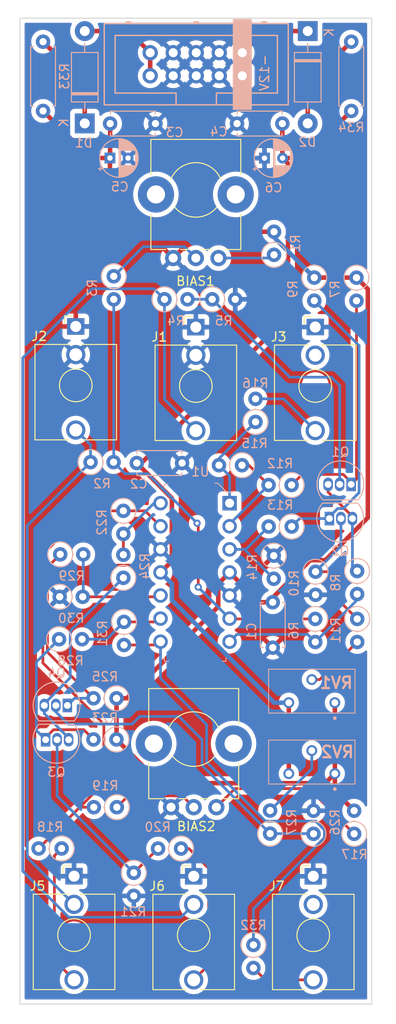
<source format=kicad_pcb>
(kicad_pcb (version 20211014) (generator pcbnew)
  (layers (0 "F.Cu" signal) (31 "B.Cu" signal) (34 "B.Paste" user) (35 "F.Paste" user) (36 "B.SilkS" user "B.Silkscreen") (37 "F.SilkS" user "F.Silkscreen") (38 "B.Mask" user) (39 "F.Mask" user) (44 "Edge.Cuts" user))
  (net 0 "")
  (net 1 "GND")
  (net 2 "+12V")
  (net 3 "-12V")
  (net 4 "/D+")
  (net 5 "/12+")
  (net 6 "/12-")
  (net 7 "/D-")
  (net 8 "/IN1")
  (net 9 "/CV_IN1")
  (net 10 "/OUT1")
  (net 12 "/CV_IN2")
  (net 13 "/IN2")
  (net 14 "/OUT2")
  (net 16 "/B1")
  (net 17 "/C1")
  (net 18 "/DP1")
  (net 19 "/B2")
  (net 20 "/C2")
  (net 21 "/B3")
  (net 22 "/C3")
  (net 23 "/DP2")
  (net 24 "/B4")
  (net 25 "/C4")
  (net 26 "/VD1")
  (net 27 "/CV_IN_SUM1")
  (net 28 "/WIP1")
  (net 29 "/BIC1")
  (net 30 "/B2_BIAS")
  (net 31 "/OP_INV1")
  (net 32 "/OP_NON1")
  (net 33 "/OP_OUT1")
  (net 34 "/VD2")
  (net 35 "/CV_IN_SUM2")
  (net 36 "/WIP2")
  (net 37 "/BIC2")
  (net 38 "/B4_BIAS")
  (net 39 "/OP_INV2")
  (net 40 "/OP_NON2")
  (net 41 "/OP_OUT2")
  (footprint "Connector_Audio:Jack_3.5mm_QingPu_WQP-PJ398SM_Vertical_CircularHoles" (layer "F.Cu") (at 141.455 93.5)
    (fp_text reference "J1")
    (fp_text value "IN1")
  )
  (footprint "Custom_Footprints:Alpha_9mm_Potentiometer_Aligned" (layer "F.Cu") (at 141.22 138.84)
    (fp_text reference "BIAS2")
    (fp_text value "100k")
  )
  (footprint "Connector_Audio:Jack_3.5mm_QingPu_WQP-PJ398SM_Vertical_CircularHoles" (layer "F.Cu") (at 128.21 93.43)
    (fp_text reference "J2")
    (fp_text value "CV1")
  )
  (footprint "Connector_Audio:Jack_3.5mm_QingPu_WQP-PJ398SM_Vertical_CircularHoles" (layer "F.Cu") (at 141.22 153.94)
    (fp_text reference "J6")
    (fp_text value "IN2")
  )
  (footprint "Custom_Footprints:Alpha_9mm_Potentiometer_Aligned" (layer "F.Cu") (at 141.455 78.4)
    (fp_text reference "BIAS1")
    (fp_text value "100k")
  )
  (footprint "Connector_Audio:Jack_3.5mm_QingPu_WQP-PJ398SM_Vertical_CircularHoles" (layer "F.Cu") (at 154.41 153.94)
    (fp_text reference "J7")
    (fp_text value "OUT2")
  )
  (footprint "Connector_Audio:Jack_3.5mm_QingPu_WQP-PJ398SM_Vertical_CircularHoles" (layer "F.Cu") (at 154.63 93.49)
    (fp_text reference "J3")
    (fp_text value "OUT1")
  )
  (footprint "Connector_Audio:Jack_3.5mm_QingPu_WQP-PJ398SM_Vertical_CircularHoles" (layer "F.Cu") (at 128.02 153.93)
    (fp_text reference "J5")
    (fp_text value "CV2")
  )
  (footprint "Resistor_THT:R_Axial_DIN0207_L6.3mm_D2.5mm_P2.54mm_Vertical" (layer "B.Cu") (at 132.705 134.35 180)
    (fp_text reference "R25")
    (fp_text value "20k")
  )
  (footprint "Resistor_THT:R_Axial_DIN0207_L6.3mm_D2.5mm_P2.54mm_Vertical" (layer "B.Cu") (at 154.44 149.265 90)
    (fp_text reference "R26")
    (fp_text value "100")
  )
  (footprint "Resistor_THT:R_Axial_DIN0207_L6.3mm_D2.5mm_P2.54mm_Vertical" (layer "B.Cu") (at 126.65 150.88 180)
    (fp_text reference "R18")
    (fp_text value "100k")
  )
  (footprint "Resistor_THT:R_Axial_DIN0207_L6.3mm_D2.5mm_P2.54mm_Vertical" (layer "B.Cu") (at 159.25 120.345 -90)
    (fp_text reference "R8")
    (fp_text value "10k")
  )
  (footprint "Capacitor_THT:CP_Radial_D4.0mm_P2.00mm" (layer "B.Cu") (at 149.0274 74.9)
    (fp_text reference "C6")
    (fp_text value "4.7u")
  )
  (footprint "Resistor_THT:R_Axial_DIN0207_L6.3mm_D2.5mm_P2.54mm_Vertical" (layer "B.Cu") (at 152.03 115.45 180)
    (fp_text reference "R13")
    (fp_text value "4.7k")
  )
  (footprint "Resistor_THT:R_Axial_DIN0207_L6.3mm_D2.5mm_P2.54mm_Vertical" (layer "B.Cu") (at 154.63 125.615 -90)
    (fp_text reference "R6")
    (fp_text value "82k")
  )
  (footprint "Resistor_THT:R_Axial_DIN0207_L6.3mm_D2.5mm_P2.54mm_Vertical" (layer "B.Cu") (at 133.46 121.09 90)
    (fp_text reference "R24")
    (fp_text value "10k")
  )
  (footprint "Resistor_THT:R_Axial_DIN0207_L6.3mm_D2.5mm_P2.54mm_Vertical" (layer "B.Cu") (at 148.04 103.935 90)
    (fp_text reference "R16")
    (fp_text value "1k")
  )
  (footprint "Diode_THT:D_DO-41_SOD81_P10.16mm_Horizontal" (layer "B.Cu") (at 129.2 71.08 90)
    (fp_text reference "D1")
    (fp_text value "1N5819")
  )
  (footprint "Resistor_THT:R_Axial_DIN0207_L6.3mm_D2.5mm_P2.54mm_Vertical" (layer "B.Cu") (at 159.26 125.615 -90)
    (fp_text reference "R11")
    (fp_text value "100k")
  )
  (footprint "Capacitor_THT:C_Disc_D4.7mm_W2.5mm_P5.00mm" (layer "B.Cu") (at 151 71.1 180)
    (fp_text reference "C4")
    (fp_text value "0.1u")
  )
  (footprint "Package_TO_SOT_THT:TO-92L_Inline" (layer "B.Cu") (at 127.28 135.14 180)
    (fp_text reference "Q4")
    (fp_text value "BC550")
  )
  (footprint "Resistor_THT:R_Axial_DIN0207_L6.3mm_D2.5mm_P2.54mm_Vertical" (layer "B.Cu") (at 126.365 127.85)
    (fp_text reference "R28")
    (fp_text value "4.7k")
  )
  (footprint "Capacitor_THT:C_Disc_D4.7mm_W2.5mm_P5.00mm" (layer "B.Cu") (at 134.94 108.46)
    (fp_text reference "C2")
    (fp_text value "0.1u")
  )
  (footprint "Resistor_THT:R_Axial_DIN0207_L6.3mm_D2.5mm_P2.54mm_Vertical" (layer "B.Cu") (at 132.74 146.34 180)
    (fp_text reference "R19")
    (fp_text value "100k")
  )
  (footprint "Package_TO_SOT_THT:TO-92L_Inline" (layer "B.Cu") (at 158.59 110.81 180)
    (fp_text reference "Q1")
    (fp_text value "BC550")
  )
  (footprint "Capacitor_THT:C_Disc_D4.7mm_W2.5mm_P5.00mm" (layer "B.Cu") (at 137 71.1 180)
    (fp_text reference "C3")
    (fp_text value "0.1u")
  )
  (footprint "Custom_Footprints:Eurorack_10_pin_header" (layer "B.Cu") (at 146.58 65.84 180)
    (fp_text reference "J4" hide)
    (fp_text value "Eurorack 10 DIP Header")
  )
  (footprint "Resistor_THT:R_Axial_DIN0207_L6.3mm_D2.5mm_P2.54mm_Vertical" (layer "B.Cu") (at 149.65 149.245 90)
    (fp_text reference "R27")
    (fp_text value "100k")
  )
  (footprint "Resistor_THT:R_Axial_DIN0207_L6.3mm_D2.5mm_P2.54mm_Vertical" (layer "B.Cu") (at 129.84 108.36)
    (fp_text reference "R2")
    (fp_text value "100k")
  )
  (footprint "Resistor_THT:R_Axial_DIN0207_L6.3mm_D2.5mm_P2.54mm_Vertical" (layer "B.Cu") (at 133.53 125.945 -90)
    (fp_text reference "R31")
    (fp_text value "100k")
  )
  (footprint "Resistor_THT:R_Axial_DIN0207_L6.3mm_D2.5mm_P2.54mm_Vertical" (layer "B.Cu") (at 159.18 88.06 -90)
    (fp_text reference "R7")
    (fp_text value "20k")
  )
  (footprint "Potassium's KiCad Footprints:3296Y1502LF" (layer "B.Cu") (at 156.79 134.8325 -90)
    (fp_text reference "RV1")
    (fp_text value "100k" hide)
  )
  (footprint "Resistor_THT:R_Axial_DIN0207_L6.3mm_D2.5mm_P2.54mm_Vertical" (layer "B.Cu") (at 152.02 110.88 180)
    (fp_text reference "R12")
    (fp_text value "4.7k")
  )
  (footprint "Resistor_THT:R_Axial_DIN0207_L6.3mm_D2.5mm_P7.62mm_Horizontal" (layer "B.Cu") (at 124.6 69.71 90)
    (fp_text reference "R33")
    (fp_text value "10")
  )
  (footprint "Package_TO_SOT_THT:TO-92L_Inline" (layer "B.Cu") (at 124.88 138.91)
    (fp_text reference "Q3")
    (fp_text value "BC550")
  )
  (footprint "Package_TO_SOT_THT:TO-92L_Inline" (layer "B.Cu") (at 156.19 114.57)
    (fp_text reference "Q2")
    (fp_text value "BC550")
  )
  (footprint "Resistor_THT:R_Axial_DIN0207_L6.3mm_D2.5mm_P7.62mm_Horizontal" (layer "B.Cu") (at 158.6 69.71 90)
    (fp_text reference "R34")
    (fp_text value "10")
  )
  (footprint "Capacitor_THT:C_Disc_D4.7mm_W2.5mm_P5.00mm" (layer "B.Cu") (at 149.94 128.78 90)
    (fp_text reference "C1")
    (fp_text value "0.1u")
  )
  (footprint "Resistor_THT:R_Axial_DIN0207_L6.3mm_D2.5mm_P2.54mm_Vertical" (layer "B.Cu") (at 154.66 120.42 -90)
    (fp_text reference "R10")
    (fp_text value "100")
  )
  (footprint "Diode_THT:D_DO-41_SOD81_P10.16mm_Horizontal" (layer "B.Cu") (at 153.8 60.92 -90)
    (fp_text reference "D2")
    (fp_text value "1N5819")
  )
  (footprint "Resistor_THT:R_Axial_DIN0207_L6.3mm_D2.5mm_P2.54mm_Vertical" (layer "B.Cu") (at 154.52 88.05 -90)
    (fp_text reference "R9")
    (fp_text value "20k")
  )
  (footprint "Resistor_THT:R_Axial_DIN0207_L6.3mm_D2.5mm_P2.54mm_Vertical" (layer "B.Cu") (at 137.995 90.44)
    (fp_text reference "R4")
    (fp_text value "100k")
  )
  (footprint "Resistor_THT:R_Axial_DIN0207_L6.3mm_D2.5mm_P2.54mm_Vertical" (layer "B.Cu") (at 133.46 113.72 -90)
    (fp_text reference "R22")
    (fp_text value "82k")
  )
  (footprint "Resistor_THT:R_Axial_DIN0207_L6.3mm_D2.5mm_P2.54mm_Vertical" (layer "B.Cu") (at 146.55 108.7 180)
    (fp_text reference "R15")
    (fp_text value "100k")
  )
  (footprint "digikey-footprints:DIP-14_W3mm" (layer "B.Cu") (at 145.18 112.88 180)
    (fp_text reference "U1")
    (fp_text value "TL074CN")
  )
  (footprint "Resistor_THT:R_Axial_DIN0207_L6.3mm_D2.5mm_P2.54mm_Vertical" (layer "B.Cu") (at 143.26 90.44)
    (fp_text reference "R5")
    (fp_text value "100")
  )
  (footprint "Resistor_THT:R_Axial_DIN0207_L6.3mm_D2.5mm_P2.54mm_Vertical" (layer "B.Cu") (at 134.61 153.555 -90)
    (fp_text reference "R21")
    (fp_text value "100")
  )
  (footprint "Resistor_THT:R_Axial_DIN0207_L6.3mm_D2.5mm_P2.54mm_Vertical" (layer "B.Cu") (at 132.7 138.88 180)
    (fp_text reference "R23")
    (fp_text value "20k")
  )
  (footprint "Capacitor_THT:CP_Radial_D4.0mm_P2.00mm" (layer "B.Cu") (at 131.98 74.89)
    (fp_text reference "C5")
    (fp_text value "4.7u")
  )
  (footprint "Resistor_THT:R_Axial_DIN0207_L6.3mm_D2.5mm_P2.54mm_Vertical" (layer "B.Cu") (at 150.05 118.655 -90)
    (fp_text reference "R14")
    (fp_text value "100k")
  )
  (footprint "Resistor_THT:R_Axial_DIN0207_L6.3mm_D2.5mm_P2.54mm_Vertical" (layer "B.Cu") (at 150.08 85.545 90)
    (fp_text reference "R1")
    (fp_text value "20k")
  )
  (footprint "Resistor_THT:R_Axial_DIN0207_L6.3mm_D2.5mm_P2.54mm_Vertical" (layer "B.Cu") (at 126.435 123.18)
    (fp_text reference "R30")
    (fp_text value "100k")
  )
  (footprint "Resistor_THT:R_Axial_DIN0207_L6.3mm_D2.5mm_P2.54mm_Vertical" (layer "B.Cu") (at 126.495 118.51)
    (fp_text reference "R29")
    (fp_text value "4.7k")
  )
  (footprint "Resistor_THT:R_Axial_DIN0207_L6.3mm_D2.5mm_P2.54mm_Vertical" (layer "B.Cu") (at 147.81 161.495 -90)
    (fp_text reference "R32")
    (fp_text value "1k")
  )
  (footprint "Resistor_THT:R_Axial_DIN0207_L6.3mm_D2.5mm_P2.54mm_Vertical" (layer "B.Cu") (at 139.825 150.89 180)
    (fp_text reference "R20")
    (fp_text value "100k")
  )
  (footprint "Resistor_THT:R_Axial_DIN0207_L6.3mm_D2.5mm_P2.54mm_Vertical" (layer "B.Cu") (at 132.4 87.905 -90)
    (fp_text reference "R3")
    (fp_text value "100k")
  )
  (footprint "Resistor_THT:R_Axial_DIN0207_L6.3mm_D2.5mm_P2.54mm_Vertical" (layer "B.Cu") (at 158.92 149.265 90)
    (fp_text reference "R17")
    (fp_text value "20k")
  )
  (footprint "Potassium's KiCad Footprints:3296Y1502LF" (layer "B.Cu") (at 156.79 142.6425 -90)
    (fp_text reference "RV2")
    (fp_text value "100k" hide)
  )
  (gr_line (start 122.06 59.5) (end 122.06 168) (layer "Edge.Cuts") (width 0.1))
  (gr_line (start 160.86 168) (end 160.86 59.5) (layer "Edge.Cuts") (width 0.1))
  (gr_line (start 122.06 168) (end 160.86 168) (layer "Edge.Cuts") (width 0.1))
  (gr_line (start 122.06 59.5) (end 160.86 59.5) (layer "Edge.Cuts") (width 0.1))
  (segment (start 135.82 119.7) (end 137.56 117.96) (width 0.3) (layer "F.Cu") (net 1))
  (segment (start 126.435 123.18) (end 129.915 119.7) (width 0.3) (layer "F.Cu") (net 1))
  (segment (start 129.915 119.7) (end 135.82 119.7) (width 0.3) (layer "F.Cu") (net 1))
  (segment (start 155.753858 119.15) (end 154.07 119.15) (width 0.5) (layer "F.Cu") (net 2))
  (segment (start 132.705 134.35) (end 133.83637 134.35) (width 0.5) (layer "F.Cu") (net 2))
  (segment (start 154.52 88.05) (end 159.17 88.05) (width 0.5) (layer "F.Cu") (net 2))
  (segment (start 155.74 143.6925) (end 137.5125 143.6925) (width 0.5) (layer "F.Cu") (net 2))
  (segment (start 132 74.87) (end 131.98 74.89) (width 0.5) (layer "F.Cu") (net 2))
  (segment (start 131.98 81.06) (end 131.98 74.89) (width 0.5) (layer "F.Cu") (net 2))
  (segment (start 160.43 114.473858) (end 155.753858 119.15) (width 0.5) (layer "F.Cu") (net 2))
  (segment (start 156.79 142.6425) (end 155.74 143.6925) (width 0.5) (layer "F.Cu") (net 2))
  (segment (start 159.17 88.05) (end 159.18 88.06) (width 0.5) (layer "F.Cu") (net 2))
  (segment (start 149.94 123.28) (end 149.94 123.78) (width 0.5) (layer "F.Cu") (net 2))
  (segment (start 160.43 89.31) (end 160.43 114.473858) (width 0.5) (layer "F.Cu") (net 2))
  (segment (start 143.93 124.25637) (end 143.93 121.75) (width 0.5) (layer "F.Cu") (net 2))
  (segment (start 148.46 123.78) (end 145.18 120.5) (width 0.5) (layer "F.Cu") (net 2))
  (segment (start 156.79 134.8325) (end 156.79 142.6425) (width 0.5) (layer "F.Cu") (net 2))
  (segment (start 156.79 144.595) (end 158.92 146.725) (width 0.5) (layer "F.Cu") (net 2))
  (segment (start 132.705 138.875) (end 132.7 138.88) (width 0.5) (layer "F.Cu") (net 2))
  (segment (start 156.79 142.6425) (end 156.79 144.595) (width 0.5) (layer "F.Cu") (net 2))
  (segment (start 133.83637 134.35) (end 143.93 124.25637) (width 0.5) (layer "F.Cu") (net 2))
  (segment (start 159.18 88.06) (end 160.43 89.31) (width 0.5) (layer "F.Cu") (net 2))
  (segment (start 133.925 83.005) (end 131.98 81.06) (width 0.5) (layer "F.Cu") (net 2))
  (segment (start 150.08 83.005) (end 133.925 83.005) (width 0.5) (layer "F.Cu") (net 2))
  (segment (start 124.6 69.71) (end 129.78 74.89) (width 0.5) (layer "F.Cu") (net 2))
  (segment (start 129.78 74.89) (end 131.98 74.89) (width 0.5) (layer "F.Cu") (net 2))
  (segment (start 137.5125 143.6925) (end 132.7 138.88) (width 0.5) (layer "F.Cu") (net 2))
  (segment (start 154.07 119.15) (end 149.94 123.28) (width 0.5) (layer "F.Cu") (net 2))
  (segment (start 132 71.1) (end 132 74.87) (width 0.5) (layer "F.Cu") (net 2))
  (segment (start 132.705 134.35) (end 132.705 138.875) (width 0.5) (layer "F.Cu") (net 2))
  (segment (start 149.94 123.78) (end 148.46 123.78) (width 0.5) (layer "F.Cu") (net 2))
  (segment (start 143.93 121.75) (end 145.18 120.5) (width 0.5) (layer "F.Cu") (net 2))
  (segment (start 154.52 88.05) (end 150.08 83.61) (width 0.5) (layer "B.Cu") (net 2))
  (segment (start 150.08 83.61) (end 150.08 83.005) (width 0.5) (layer "B.Cu") (net 2))
  (segment (start 151 74.8726) (end 151.0274 74.9) (width 0.5) (layer "F.Cu") (net 3))
  (segment (start 135.450289 108.46) (end 134.94 108.46) (width 0.5) (layer "F.Cu") (net 3))
  (segment (start 151.71 134.8325) (end 151.71 142.6425) (width 0.5) (layer "F.Cu") (net 3))
  (segment (start 151.6274 75.5) (end 151.6274 92.282889) (width 0.5) (layer "F.Cu") (net 3))
  (segment (start 151.6274 92.282889) (end 135.450289 108.46) (width 0.5) (layer "F.Cu") (net 3))
  (segment (start 138.81 119.25) (end 137.56 120.5) (width 0.5) (layer "F.Cu") (net 3))
  (segment (start 138.81 112.33) (end 138.81 119.25) (width 0.5) (layer "F.Cu") (net 3))
  (segment (start 151.0274 74.9) (end 151.6274 75.5) (width 0.5) (layer "F.Cu") (net 3))
  (segment (start 134.94 108.46) (end 138.81 112.33) (width 0.5) (layer "F.Cu") (net 3))
  (segment (start 151 71.1) (end 151 74.8726) (width 0.5) (layer "F.Cu") (net 3))
  (segment (start 153.41 74.9) (end 151.0274 74.9) (width 0.5) (layer "F.Cu") (net 3))
  (segment (start 158.6 69.71) (end 153.41 74.9) (width 0.5) (layer "F.Cu") (net 3))
  (segment (start 150.0925 134.8325) (end 151.71 134.8325) (width 0.5) (layer "B.Cu") (net 3))
  (segment (start 138.81 123.55) (end 150.0925 134.8325) (width 0.5) (layer "B.Cu") (net 3))
  (segment (start 138.81 121.75) (end 138.81 123.55) (width 0.5) (layer "B.Cu") (net 3))
  (segment (start 137.56 120.5) (end 138.81 121.75) (width 0.5) (layer "B.Cu") (net 3))
  (segment (start 129.2 71.08) (end 129.2 66.69) (width 0.5) (layer "F.Cu") (net 4))
  (segment (start 129.2 66.69) (end 124.6 62.09) (width 0.5) (layer "F.Cu") (net 4))
  (segment (start 129.2 60.92) (end 134.04 60.92) (width 0.5) (layer "F.Cu") (net 5))
  (segment (start 136.42 65.84) (end 136.42 63.3) (width 0.5) (layer "F.Cu") (net 5))
  (segment (start 134.04 60.92) (end 136.42 63.3) (width 0.5) (layer "F.Cu") (net 5))
  (segment (start 146.58 65.84) (end 146.58 63.3) (width 0.5) (layer "F.Cu") (net 6))
  (segment (start 148.96 60.92) (end 146.58 63.3) (width 0.5) (layer "F.Cu") (net 6))
  (segment (start 153.8 60.92) (end 148.96 60.92) (width 0.5) (layer "F.Cu") (net 6))
  (segment (start 153.8 71.08) (end 153.8 66.89) (width 0.5) (layer "F.Cu") (net 7))
  (segment (start 153.8 66.89) (end 158.6 62.09) (width 0.5) (layer "F.Cu") (net 7))
  (segment (start 139.815 158.445) (end 127.433887 158.445) (width 0.3) (layer "B.Cu") (net 8))
  (segment (start 122.36 96.89) (end 129.97 89.28) (width 0.3) (layer "B.Cu") (net 8))
  (segment (start 136.835 89.28) (end 137.995 90.44) (width 0.3) (layer "B.Cu") (net 8))
  (segment (start 141.22 157.04) (end 139.815 158.445) (width 0.3) (layer "B.Cu") (net 8))
  (segment (start 127.433887 158.445) (end 122.36 153.371113) (width 0.3) (layer "B.Cu") (net 8))
  (segment (start 122.36 153.371113) (end 122.36 96.89) (width 0.3) (layer "B.Cu") (net 8))
  (segment (start 129.97 89.28) (end 136.835 89.28) (width 0.3) (layer "B.Cu") (net 8))
  (segment (start 141.455 104.9) (end 137.995 101.44) (width 0.3) (layer "B.Cu") (net 8))
  (segment (start 137.995 101.44) (end 137.995 90.44) (width 0.3) (layer "B.Cu") (net 8))
  (segment (start 129.84 108.36) (end 129.84 106.46) (width 0.3) (layer "B.Cu") (net 9))
  (segment (start 129.84 106.46) (end 128.21 104.83) (width 0.3) (layer "B.Cu") (net 9))
  (segment (start 122.86 115.34) (end 129.84 108.36) (width 0.3) (layer "B.Cu") (net 9))
  (segment (start 122.86 151.87) (end 122.86 115.34) (width 0.3) (layer "B.Cu") (net 9))
  (segment (start 128.02 157.03) (end 122.86 151.87) (width 0.3) (layer "B.Cu") (net 9))
  (segment (start 151.135 101.395) (end 154.63 104.89) (width 0.3) (layer "B.Cu") (net 10))
  (segment (start 148.04 101.395) (end 151.135 101.395) (width 0.3) (layer "B.Cu") (net 10))
  (segment (start 125.850001 163.160001) (end 128.02 165.33) (width 0.3) (layer "F.Cu") (net 12))
  (segment (start 126.65 150.88) (end 125.850001 151.679999) (width 0.3) (layer "F.Cu") (net 12))
  (segment (start 125.850001 151.679999) (end 125.850001 163.160001) (width 0.3) (layer "F.Cu") (net 12))
  (segment (start 141.22 165.34) (end 142.875141 163.684859) (width 0.3) (layer "F.Cu") (net 13))
  (segment (start 142.875141 153.075141) (end 140.69 150.89) (width 0.3) (layer "F.Cu") (net 13))
  (segment (start 142.875141 163.684859) (end 142.875141 153.075141) (width 0.3) (layer "F.Cu") (net 13))
  (segment (start 140.69 150.89) (end 139.825 150.89) (width 0.3) (layer "F.Cu") (net 13))
  (segment (start 154.41 165.34) (end 149.115 165.34) (width 0.3) (layer "F.Cu") (net 14))
  (segment (start 149.115 165.34) (end 147.81 164.035) (width 0.3) (layer "F.Cu") (net 14))
  (segment (start 157.32 104.5) (end 157.33 104.49) (width 0.3) (layer "B.Cu") (net 16))
  (segment (start 157.33 104.49) (end 157.33 99.94) (width 0.3) (layer "B.Cu") (net 16))
  (segment (start 157.32 110.81) (end 157.32 104.5) (width 0.3) (layer "B.Cu") (net 16))
  (segment (start 143.26 90.44) (end 140.535 90.44) (width 0.3) (layer "B.Cu") (net 16))
  (segment (start 157.33 99.94) (end 156.4 99.01) (width 0.3) (layer "B.Cu") (net 16))
  (segment (start 151.83 99.01) (end 143.26 90.44) (width 0.3) (layer "B.Cu") (net 16))
  (segment (start 156.4 99.01) (end 151.83 99.01) (width 0.3) (layer "B.Cu") (net 16))
  (segment (start 158.59 110.585) (end 157.715 109.71) (width 0.3) (layer "F.Cu") (net 17))
  (segment (start 157.715 109.71) (end 153.19 109.71) (width 0.3) (layer "F.Cu") (net 17))
  (segment (start 159.18 90.6) (end 159.18 110.22) (width 0.3) (layer "F.Cu") (net 17))
  (segment (start 159.18 110.22) (end 158.59 110.81) (width 0.3) (layer "F.Cu") (net 17))
  (segment (start 153.19 109.71) (end 152.02 110.88) (width 0.3) (layer "F.Cu") (net 17))
  (segment (start 158.73 114.57) (end 158.73 114.345) (width 0.3) (layer "F.Cu") (net 18))
  (segment (start 158.73 114.345) (end 156.05 111.665) (width 0.3) (layer "F.Cu") (net 18))
  (segment (start 156.05 111.665) (end 156.05 110.81) (width 0.3) (layer "F.Cu") (net 18))
  (segment (start 158.73 114.57) (end 158.73 119.825) (width 0.3) (layer "B.Cu") (net 18))
  (segment (start 158.73 119.825) (end 159.25 120.345) (width 0.3) (layer "B.Cu") (net 18))
  (segment (start 157.61 121.9) (end 156.13 120.42) (width 0.3) (layer "F.Cu") (net 19))
  (segment (start 157.61 123.965) (end 157.61 121.9) (width 0.3) (layer "F.Cu") (net 19))
  (segment (start 159.26 125.615) (end 157.61 123.965) (width 0.3) (layer "F.Cu") (net 19))
  (segment (start 156.13 120.42) (end 154.66 120.42) (width 0.3) (layer "F.Cu") (net 19))
  (segment (start 157.46 117.62) (end 157.46 114.57) (width 0.3) (layer "B.Cu") (net 19))
  (segment (start 154.66 120.42) (end 157.46 117.62) (width 0.3) (layer "B.Cu") (net 19))
  (segment (start 152.91 114.57) (end 152.03 115.45) (width 0.3) (layer "B.Cu") (net 20))
  (segment (start 156.19 114.57) (end 152.91 114.57) (width 0.3) (layer "B.Cu") (net 20))
  (segment (start 159.465 111.715) (end 157.71 113.47) (width 0.3) (layer "B.Cu") (net 20))
  (segment (start 156.19 114.377563) (end 156.19 114.57) (width 0.3) (layer "B.Cu") (net 20))
  (segment (start 157.097563 113.47) (end 156.19 114.377563) (width 0.3) (layer "B.Cu") (net 20))
  (segment (start 157.71 113.47) (end 157.097563 113.47) (width 0.3) (layer "B.Cu") (net 20))
  (segment (start 159.465 95.535) (end 159.465 111.715) (width 0.3) (layer "B.Cu") (net 20))
  (segment (start 154.52 90.59) (end 159.465 95.535) (width 0.3) (layer "B.Cu") (net 20))
  (segment (start 137.275 150.89) (end 137.285 150.89) (width 0.3) (layer "F.Cu") (net 21))
  (segment (start 134.61 153.555) (end 137.275 150.89) (width 0.3) (layer "F.Cu") (net 21))
  (segment (start 126.15 145.095) (end 134.61 153.555) (width 0.3) (layer "B.Cu") (net 21))
  (segment (start 126.15 138.91) (end 126.15 145.095) (width 0.3) (layer "B.Cu") (net 21))
  (segment (start 130.16 138.88) (end 129.09 137.81) (width 0.3) (layer "F.Cu") (net 22))
  (segment (start 125.755 137.81) (end 124.88 138.685) (width 0.3) (layer "F.Cu") (net 22))
  (segment (start 124.88 138.685) (end 124.88 138.91) (width 0.3) (layer "F.Cu") (net 22))
  (segment (start 129.09 137.81) (end 125.755 137.81) (width 0.3) (layer "F.Cu") (net 22))
  (segment (start 126.365 127.85) (end 123.865 130.35) (width 0.3) (layer "B.Cu") (net 22))
  (segment (start 123.865 137.895) (end 124.88 138.91) (width 0.3) (layer "B.Cu") (net 22))
  (segment (start 123.865 130.35) (end 123.865 137.895) (width 0.3) (layer "B.Cu") (net 22))
  (segment (start 127.42 138.717563) (end 127.42 138.91) (width 0.3) (layer "B.Cu") (net 23))
  (segment (start 133.46 121.09) (end 127.6 126.95) (width 0.3) (layer "B.Cu") (net 23))
  (segment (start 124.74 134.947563) (end 124.74 135.14) (width 0.3) (layer "B.Cu") (net 23))
  (segment (start 124.74 135.14) (end 124.74 136.037563) (width 0.3) (layer "B.Cu") (net 23))
  (segment (start 127.6 132.087563) (end 124.74 134.947563) (width 0.3) (layer "B.Cu") (net 23))
  (segment (start 124.74 136.037563) (end 127.42 138.717563) (width 0.3) (layer "B.Cu") (net 23))
  (segment (start 127.6 126.95) (end 127.6 132.087563) (width 0.3) (layer "B.Cu") (net 23))
  (segment (start 142.145 138.895) (end 142.145 141.74) (width 0.3) (layer "B.Cu") (net 24))
  (segment (start 126.01 135.14) (end 126.01 135.845) (width 0.3) (layer "B.Cu") (net 24))
  (segment (start 127.355 137.19) (end 134.42 137.19) (width 0.3) (layer "B.Cu") (net 24))
  (segment (start 135.26 136.35) (end 139.6 136.35) (width 0.3) (layer "B.Cu") (net 24))
  (segment (start 126.01 135.845) (end 127.355 137.19) (width 0.3) (layer "B.Cu") (net 24))
  (segment (start 154.42 149.245) (end 154.44 149.265) (width 0.3) (layer "B.Cu") (net 24))
  (segment (start 139.6 136.35) (end 142.145 138.895) (width 0.3) (layer "B.Cu") (net 24))
  (segment (start 149.65 149.245) (end 154.42 149.245) (width 0.3) (layer "B.Cu") (net 24))
  (segment (start 142.145 141.74) (end 149.65 149.245) (width 0.3) (layer "B.Cu") (net 24))
  (segment (start 134.42 137.19) (end 135.26 136.35) (width 0.3) (layer "B.Cu") (net 24))
  (segment (start 125.08 119.925) (end 126.495 118.51) (width 0.3) (layer "F.Cu") (net 25))
  (segment (start 125.08 129.265) (end 125.08 119.925) (width 0.3) (layer "F.Cu") (net 25))
  (segment (start 130.165 134.35) (end 125.08 129.265) (width 0.3) (layer "F.Cu") (net 25))
  (segment (start 130.165 134.35) (end 128.07 134.35) (width 0.3) (layer "B.Cu") (net 25))
  (segment (start 128.07 134.35) (end 127.28 135.14) (width 0.3) (layer "B.Cu") (net 25))
  (segment (start 149.725 85.9) (end 150.08 85.545) (width 0.3) (layer "B.Cu") (net 26))
  (segment (start 143.955 85.9) (end 149.725 85.9) (width 0.3) (layer "B.Cu") (net 26))
  (segment (start 141.72 115.21) (end 141.59 115.08) (width 0.3) (layer "F.Cu") (net 27))
  (segment (start 141.72 122.11) (end 141.72 115.21) (width 0.3) (layer "F.Cu") (net 27))
  (segment (start 145.215 125.615) (end 145.18 125.58) (width 0.3) (layer "F.Cu") (net 27))
  (segment (start 154.63 125.615) (end 145.215 125.615) (width 0.3) (layer "F.Cu") (net 27))
  (via (at 141.72 122.11) (size 0.8) (drill 0.4) (layers "F.Cu" "B.Cu") (net 27))
  (via (at 141.59 115.08) (size 0.8) (drill 0.4) (layers "F.Cu" "B.Cu") (net 27))
  (segment (start 136.15 109.64) (end 141.59 115.08) (width 0.3) (layer "B.Cu") (net 27))
  (segment (start 141.72 122.12) (end 141.72 122.11) (width 0.3) (layer "B.Cu") (net 27))
  (segment (start 132.38 108.36) (end 133.66 109.64) (width 0.3) (layer "B.Cu") (net 27))
  (segment (start 133.66 109.64) (end 136.15 109.64) (width 0.3) (layer "B.Cu") (net 27))
  (segment (start 132.4 90.445) (end 132.4 108.34) (width 0.3) (layer "B.Cu") (net 27))
  (segment (start 132.4 108.34) (end 132.38 108.36) (width 0.3) (layer "B.Cu") (net 27))
  (segment (start 145.18 125.58) (end 141.72 122.12) (width 0.3) (layer "B.Cu") (net 27))
  (segment (start 141.455 85.9) (end 140.205 84.65) (width 0.3) (layer "B.Cu") (net 28))
  (segment (start 135.655 84.65) (end 132.4 87.905) (width 0.3) (layer "B.Cu") (net 28))
  (segment (start 140.205 84.65) (end 135.655 84.65) (width 0.3) (layer "B.Cu") (net 28))
  (segment (start 145.18 128.12) (end 145.979999 127.320001) (width 0.3) (layer "B.Cu") (net 29))
  (segment (start 145.979999 127.320001) (end 153.795001 127.320001) (width 0.3) (layer "B.Cu") (net 29))
  (segment (start 159.25 123.535) (end 159.25 122.885) (width 0.3) (layer "B.Cu") (net 29))
  (segment (start 154.63 128.155) (end 159.25 123.535) (width 0.3) (layer "B.Cu") (net 29))
  (segment (start 153.795001 127.320001) (end 154.63 128.155) (width 0.3) (layer "B.Cu") (net 29))
  (segment (start 155.1225 132.2925) (end 154.25 132.2925) (width 0.3) (layer "F.Cu") (net 30))
  (segment (start 159.26 128.155) (end 155.1225 132.2925) (width 0.3) (layer "F.Cu") (net 30))
  (segment (start 149.48 110.88) (end 147.3 108.7) (width 0.3) (layer "F.Cu") (net 31))
  (segment (start 147.3 108.7) (end 146.55 108.7) (width 0.3) (layer "F.Cu") (net 31))
  (segment (start 149.48 110.88) (end 145.18 115.18) (width 0.3) (layer "B.Cu") (net 31))
  (segment (start 145.18 115.18) (end 145.18 115.42) (width 0.3) (layer "B.Cu") (net 31))
  (segment (start 146.98 117.96) (end 149.49 115.45) (width 0.3) (layer "B.Cu") (net 32))
  (segment (start 146.98 118.125) (end 146.98 117.96) (width 0.3) (layer "B.Cu") (net 32))
  (segment (start 145.18 117.96) (end 146.98 117.96) (width 0.3) (layer "B.Cu") (net 32))
  (segment (start 150.05 121.195) (end 146.98 118.125) (width 0.3) (layer "B.Cu") (net 32))
  (segment (start 145.18 112.88) (end 145.18 109.87) (width 0.3) (layer "B.Cu") (net 33))
  (segment (start 148.04 103.935) (end 144.01 107.965) (width 0.3) (layer "B.Cu") (net 33))
  (segment (start 145.18 109.87) (end 144.01 108.7) (width 0.3) (layer "B.Cu") (net 33))
  (segment (start 144.01 107.965) (end 144.01 108.7) (width 0.3) (layer "B.Cu") (net 33))
  (segment (start 158.92 149.265) (end 153.9475 144.2925) (width 0.3) (layer "F.Cu") (net 34))
  (segment (start 145.7675 144.2925) (end 143.72 146.34) (width 0.3) (layer "F.Cu") (net 34))
  (segment (start 153.9475 144.2925) (end 145.7675 144.2925) (width 0.3) (layer "F.Cu") (net 34))
  (segment (start 130.2 146.34) (end 128.65 146.34) (width 0.3) (layer "F.Cu") (net 35))
  (segment (start 124.58 130.465) (end 124.58 118.5) (width 0.3) (layer "F.Cu") (net 35))
  (segment (start 131.31 143.68) (end 131.31 137.195) (width 0.3) (layer "F.Cu") (net 35))
  (segment (start 133.46 113.72) (end 135.86 113.72) (width 0.3) (layer "F.Cu") (net 35))
  (segment (start 124.11 150.88) (end 131.31 143.68) (width 0.3) (layer "F.Cu") (net 35))
  (segment (start 128.65 146.34) (end 124.11 150.88) (width 0.3) (layer "F.Cu") (net 35))
  (segment (start 135.86 113.72) (end 137.56 115.42) (width 0.3) (layer "F.Cu") (net 35))
  (segment (start 129.36 113.72) (end 133.46 113.72) (width 0.3) (layer "F.Cu") (net 35))
  (segment (start 124.58 118.5) (end 129.36 113.72) (width 0.3) (layer "F.Cu") (net 35))
  (segment (start 131.31 137.195) (end 124.58 130.465) (width 0.3) (layer "F.Cu") (net 35))
  (segment (start 132.74 146.34) (end 133.99 145.09) (width 0.3) (layer "F.Cu") (net 36))
  (segment (start 133.99 145.09) (end 139.97 145.09) (width 0.3) (layer "F.Cu") (net 36))
  (segment (start 139.97 145.09) (end 141.22 146.34) (width 0.3) (layer "F.Cu") (net 36))
  (segment (start 133.46 116.26) (end 133.46 118.55) (width 0.3) (layer "F.Cu") (net 37))
  (segment (start 136.84 112.88) (end 137.56 112.88) (width 0.3) (layer "B.Cu") (net 37))
  (segment (start 133.46 116.26) (end 136.84 112.88) (width 0.3) (layer "B.Cu") (net 37))
  (segment (start 154.25 142.105) (end 149.65 146.705) (width 0.3) (layer "B.Cu") (net 38))
  (segment (start 154.25 140.1025) (end 154.25 142.105) (width 0.3) (layer "B.Cu") (net 38))
  (segment (start 137.195 125.945) (end 137.56 125.58) (width 0.3) (layer "F.Cu") (net 39))
  (segment (start 133.53 125.945) (end 137.195 125.945) (width 0.3) (layer "F.Cu") (net 39))
  (segment (start 131.625 127.85) (end 133.53 125.945) (width 0.3) (layer "B.Cu") (net 39))
  (segment (start 128.905 127.85) (end 131.625 127.85) (width 0.3) (layer "B.Cu") (net 39))
  (segment (start 128.975 123.18) (end 137.42 123.18) (width 0.3) (layer "F.Cu") (net 40))
  (segment (start 137.42 123.18) (end 137.56 123.04) (width 0.3) (layer "F.Cu") (net 40))
  (segment (start 129.035 118.51) (end 129.035 123.12) (width 0.3) (layer "B.Cu") (net 40))
  (segment (start 129.035 123.12) (end 128.975 123.18) (width 0.3) (layer "B.Cu") (net 40))
  (segment (start 137.195 128.485) (end 137.56 128.12) (width 0.3) (layer "F.Cu") (net 41))
  (segment (start 133.53 128.485) (end 137.195 128.485) (width 0.3) (layer "F.Cu") (net 41))
  (segment (start 155.64 148.838654) (end 154.676346 147.875) (width 0.3) (layer "B.Cu") (net 41))
  (segment (start 147.81 157.521346) (end 155.64 149.691346) (width 0.3) (layer "B.Cu") (net 41))
  (segment (start 137.56 132.16) (end 137.56 128.12) (width 0.3) (layer "B.Cu") (net 41))
  (segment (start 142.645 141.375) (end 149.145 147.875) (width 0.3) (layer "B.Cu") (net 41))
  (segment (start 137.56 132.16) (end 142.645 137.245) (width 0.3) (layer "B.Cu") (net 41))
  (segment (start 147.81 161.495) (end 147.81 157.521346) (width 0.3) (layer "B.Cu") (net 41))
  (segment (start 154.676346 147.875) (end 149.145 147.875) (width 0.3) (layer "B.Cu") (net 41))
  (segment (start 155.64 149.691346) (end 155.64 148.838654) (width 0.3) (layer "B.Cu") (net 41))
  (segment (start 142.645 137.245) (end 142.645 141.375) (width 0.3) (layer "B.Cu") (net 41))
  (zone (net 1) (net_name "GND") (layers F&B.Cu) (connect_pads (clearance 0.508)) (min_thickness 0.254) (fill yes (thermal_gap 0.508) (thermal_bridge_width 0.508))
    (polygon (pts (xy 162.42 170.21) (xy 119.85 170.16) (xy 120.61 58.52) (xy 163.55 57.5)))
  )
)
</source>
